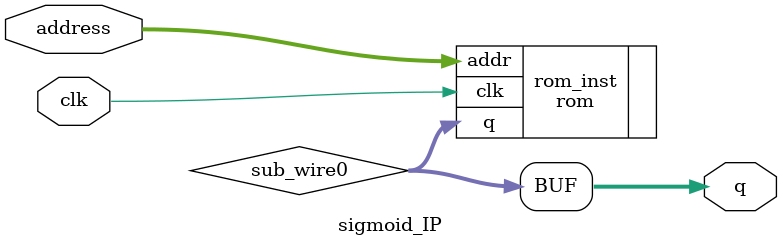
<source format=sv>
module sigmoid_IP (
  input logic [13:0] address,
  input logic clk,
  output logic [7:0] q
);

  // Internal signal for ROM output
  logic [7:0] sub_wire0;

  // Instantiate the generic ROM
  rom #(
    .ADDR_WIDTH(14),
    .DATA_WIDTH(8),
    .INIT_FILE("sigmoid_14_bit.hex") // Ensure this file is in the correct format
  ) rom_inst (
    .addr(address),
    .clk(clk),
    .q(sub_wire0)
  );

  // Assign internal signal to output
  assign q = sub_wire0;

endmodule

</source>
